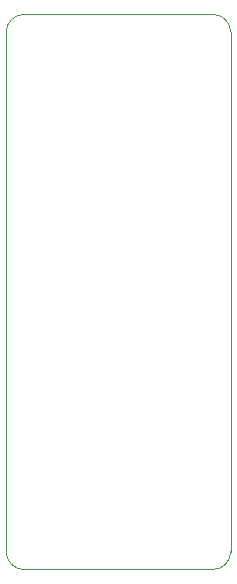
<source format=gm1>
%TF.GenerationSoftware,KiCad,Pcbnew,7.0.9*%
%TF.CreationDate,2023-12-31T00:29:42+09:00*%
%TF.ProjectId,CustomUPDIProgrammer,43757374-6f6d-4555-9044-4950726f6772,rev?*%
%TF.SameCoordinates,Original*%
%TF.FileFunction,Profile,NP*%
%FSLAX46Y46*%
G04 Gerber Fmt 4.6, Leading zero omitted, Abs format (unit mm)*
G04 Created by KiCad (PCBNEW 7.0.9) date 2023-12-31 00:29:42*
%MOMM*%
%LPD*%
G01*
G04 APERTURE LIST*
%TA.AperFunction,Profile*%
%ADD10C,0.100000*%
%TD*%
G04 APERTURE END LIST*
D10*
X143000000Y-83500000D02*
G75*
G03*
X144500000Y-82000000I0J1500000D01*
G01*
X144500000Y-82000000D02*
X144500000Y-38000000D01*
X125500000Y-38000000D02*
X125499999Y-82000000D01*
X143000000Y-36500000D02*
X127000000Y-36500000D01*
X127000000Y-36500000D02*
G75*
G03*
X125500000Y-38000000I0J-1500000D01*
G01*
X143000000Y-83500000D02*
X126999999Y-83500000D01*
X125500000Y-82000000D02*
G75*
G03*
X126999999Y-83500000I1500000J0D01*
G01*
X144500000Y-38000000D02*
G75*
G03*
X143000000Y-36500000I-1500000J0D01*
G01*
M02*

</source>
